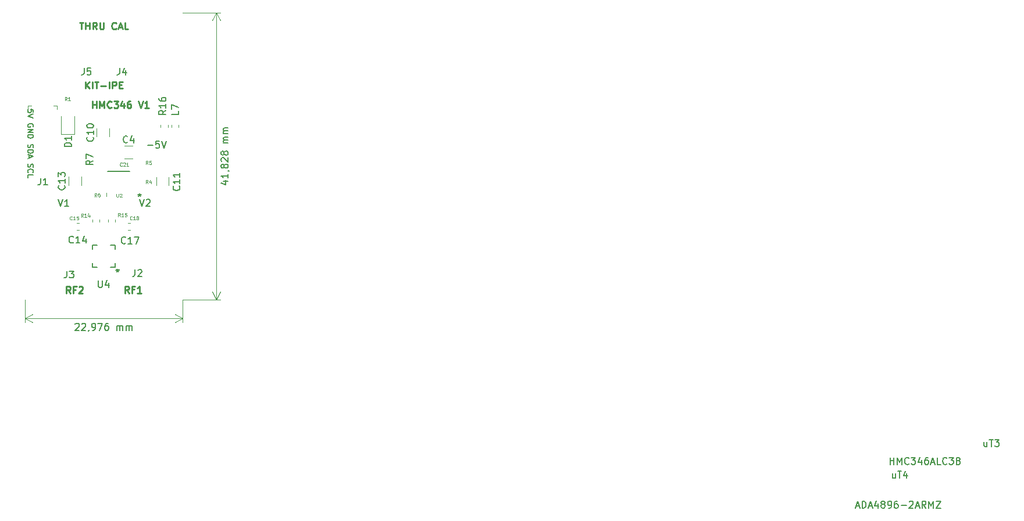
<source format=gbr>
%TF.GenerationSoftware,KiCad,Pcbnew,5.1.5-52549c5~84~ubuntu18.04.1*%
%TF.CreationDate,2020-02-03T06:40:28+01:00*%
%TF.ProjectId,HMC_RF_IPE,484d435f-5246-45f4-9950-452e6b696361,rev?*%
%TF.SameCoordinates,Original*%
%TF.FileFunction,Legend,Top*%
%TF.FilePolarity,Positive*%
%FSLAX46Y46*%
G04 Gerber Fmt 4.6, Leading zero omitted, Abs format (unit mm)*
G04 Created by KiCad (PCBNEW 5.1.5-52549c5~84~ubuntu18.04.1) date 2020-02-03 06:40:28*
%MOMM*%
%LPD*%
G04 APERTURE LIST*
%ADD10C,0.150000*%
%ADD11C,0.120000*%
%ADD12C,0.200000*%
%ADD13C,0.250000*%
%ADD14C,0.152400*%
%ADD15C,0.100000*%
%ADD16C,0.125000*%
G04 APERTURE END LIST*
D10*
X159839124Y-81443866D02*
X160505790Y-81443866D01*
X159458171Y-81681961D02*
X160172457Y-81920057D01*
X160172457Y-81301009D01*
X160505790Y-80396247D02*
X160505790Y-80967676D01*
X160505790Y-80681961D02*
X159505790Y-80681961D01*
X159648648Y-80777200D01*
X159743886Y-80872438D01*
X159791505Y-80967676D01*
X160458171Y-79920057D02*
X160505790Y-79920057D01*
X160601029Y-79967676D01*
X160648648Y-80015295D01*
X159934362Y-79348628D02*
X159886743Y-79443866D01*
X159839124Y-79491485D01*
X159743886Y-79539104D01*
X159696267Y-79539104D01*
X159601029Y-79491485D01*
X159553410Y-79443866D01*
X159505790Y-79348628D01*
X159505790Y-79158152D01*
X159553410Y-79062914D01*
X159601029Y-79015295D01*
X159696267Y-78967676D01*
X159743886Y-78967676D01*
X159839124Y-79015295D01*
X159886743Y-79062914D01*
X159934362Y-79158152D01*
X159934362Y-79348628D01*
X159981981Y-79443866D01*
X160029600Y-79491485D01*
X160124838Y-79539104D01*
X160315314Y-79539104D01*
X160410552Y-79491485D01*
X160458171Y-79443866D01*
X160505790Y-79348628D01*
X160505790Y-79158152D01*
X160458171Y-79062914D01*
X160410552Y-79015295D01*
X160315314Y-78967676D01*
X160124838Y-78967676D01*
X160029600Y-79015295D01*
X159981981Y-79062914D01*
X159934362Y-79158152D01*
X159601029Y-78586723D02*
X159553410Y-78539104D01*
X159505790Y-78443866D01*
X159505790Y-78205771D01*
X159553410Y-78110533D01*
X159601029Y-78062914D01*
X159696267Y-78015295D01*
X159791505Y-78015295D01*
X159934362Y-78062914D01*
X160505790Y-78634342D01*
X160505790Y-78015295D01*
X159934362Y-77443866D02*
X159886743Y-77539104D01*
X159839124Y-77586723D01*
X159743886Y-77634342D01*
X159696267Y-77634342D01*
X159601029Y-77586723D01*
X159553410Y-77539104D01*
X159505790Y-77443866D01*
X159505790Y-77253390D01*
X159553410Y-77158152D01*
X159601029Y-77110533D01*
X159696267Y-77062914D01*
X159743886Y-77062914D01*
X159839124Y-77110533D01*
X159886743Y-77158152D01*
X159934362Y-77253390D01*
X159934362Y-77443866D01*
X159981981Y-77539104D01*
X160029600Y-77586723D01*
X160124838Y-77634342D01*
X160315314Y-77634342D01*
X160410552Y-77586723D01*
X160458171Y-77539104D01*
X160505790Y-77443866D01*
X160505790Y-77253390D01*
X160458171Y-77158152D01*
X160410552Y-77110533D01*
X160315314Y-77062914D01*
X160124838Y-77062914D01*
X160029600Y-77110533D01*
X159981981Y-77158152D01*
X159934362Y-77253390D01*
X160505790Y-75872438D02*
X159839124Y-75872438D01*
X159934362Y-75872438D02*
X159886743Y-75824819D01*
X159839124Y-75729580D01*
X159839124Y-75586723D01*
X159886743Y-75491485D01*
X159981981Y-75443866D01*
X160505790Y-75443866D01*
X159981981Y-75443866D02*
X159886743Y-75396247D01*
X159839124Y-75301009D01*
X159839124Y-75158152D01*
X159886743Y-75062914D01*
X159981981Y-75015295D01*
X160505790Y-75015295D01*
X160505790Y-74539104D02*
X159839124Y-74539104D01*
X159934362Y-74539104D02*
X159886743Y-74491485D01*
X159839124Y-74396247D01*
X159839124Y-74253390D01*
X159886743Y-74158152D01*
X159981981Y-74110533D01*
X160505790Y-74110533D01*
X159981981Y-74110533D02*
X159886743Y-74062914D01*
X159839124Y-73967676D01*
X159839124Y-73824819D01*
X159886743Y-73729580D01*
X159981981Y-73681961D01*
X160505790Y-73681961D01*
D11*
X158783410Y-98691200D02*
X158783410Y-56863200D01*
X153891410Y-98691200D02*
X159369831Y-98691200D01*
X153891410Y-56863200D02*
X159369831Y-56863200D01*
X158783410Y-56863200D02*
X159369831Y-57989704D01*
X158783410Y-56863200D02*
X158196989Y-57989704D01*
X158783410Y-98691200D02*
X159369831Y-97564696D01*
X158783410Y-98691200D02*
X158196989Y-97564696D01*
D10*
X138262262Y-102268384D02*
X138309858Y-102220742D01*
X138405074Y-102173078D01*
X138643169Y-102172964D01*
X138738430Y-102220537D01*
X138786072Y-102268133D01*
X138833736Y-102363349D01*
X138833782Y-102458587D01*
X138786231Y-102601467D01*
X138215076Y-103173169D01*
X138834124Y-103172872D01*
X139214643Y-102267928D02*
X139262239Y-102220286D01*
X139357455Y-102172622D01*
X139595550Y-102172508D01*
X139690811Y-102220081D01*
X139738453Y-102267677D01*
X139786117Y-102362893D01*
X139786163Y-102458131D01*
X139738612Y-102601011D01*
X139167457Y-103172713D01*
X139786505Y-103172416D01*
X140262672Y-103124569D02*
X140262695Y-103172188D01*
X140215122Y-103267449D01*
X140167525Y-103315091D01*
X140738886Y-103171960D02*
X140929362Y-103171869D01*
X141024577Y-103124205D01*
X141072173Y-103076563D01*
X141167343Y-102933660D01*
X141214871Y-102743161D01*
X141214688Y-102362209D01*
X141167024Y-102266993D01*
X141119382Y-102219397D01*
X141024121Y-102171824D01*
X140833645Y-102171915D01*
X140738430Y-102219579D01*
X140690833Y-102267221D01*
X140643260Y-102362482D01*
X140643374Y-102600577D01*
X140691039Y-102695793D01*
X140738680Y-102743389D01*
X140833941Y-102790962D01*
X141024417Y-102790871D01*
X141119633Y-102743207D01*
X141167229Y-102695565D01*
X141214802Y-102600304D01*
X141547931Y-102171573D02*
X142214597Y-102171254D01*
X141786505Y-103171459D01*
X143024121Y-102170866D02*
X142833645Y-102170957D01*
X142738429Y-102218622D01*
X142690833Y-102266264D01*
X142595663Y-102409167D01*
X142548136Y-102599666D01*
X142548318Y-102980618D01*
X142595983Y-103075833D01*
X142643624Y-103123429D01*
X142738885Y-103171003D01*
X142929362Y-103170912D01*
X143024577Y-103123247D01*
X143072173Y-103075605D01*
X143119747Y-102980344D01*
X143119633Y-102742249D01*
X143071968Y-102647034D01*
X143024326Y-102599438D01*
X142929065Y-102551864D01*
X142738589Y-102551955D01*
X142643374Y-102599620D01*
X142595777Y-102647262D01*
X142548204Y-102742523D01*
X144310314Y-103170250D02*
X144309995Y-102503584D01*
X144310040Y-102598822D02*
X144357636Y-102551180D01*
X144452852Y-102503515D01*
X144595709Y-102503447D01*
X144690970Y-102551021D01*
X144738634Y-102646236D01*
X144738885Y-103170045D01*
X144738634Y-102646236D02*
X144786208Y-102550975D01*
X144881423Y-102503310D01*
X145024280Y-102503242D01*
X145119541Y-102550815D01*
X145167206Y-102646031D01*
X145167457Y-103169840D01*
X145643647Y-103169612D02*
X145643328Y-102502946D01*
X145643373Y-102598184D02*
X145690970Y-102550542D01*
X145786185Y-102502877D01*
X145929042Y-102502809D01*
X146024303Y-102550382D01*
X146071968Y-102645597D01*
X146072218Y-103169407D01*
X146071968Y-102645597D02*
X146119541Y-102550337D01*
X146214756Y-102502672D01*
X146357613Y-102502604D01*
X146452874Y-102550177D01*
X146500539Y-102645392D01*
X146500790Y-103169202D01*
D11*
X130916728Y-101454282D02*
X153892728Y-101443282D01*
X130915410Y-98702200D02*
X130917008Y-102040702D01*
X153891410Y-98691200D02*
X153893008Y-102029702D01*
X153892728Y-101443282D02*
X152766505Y-102030242D01*
X153892728Y-101443282D02*
X152765944Y-100857401D01*
X130916728Y-101454282D02*
X132043512Y-102040163D01*
X130916728Y-101454282D02*
X132042951Y-100867322D01*
D12*
X132151505Y-71404152D02*
X132151505Y-71023200D01*
X131770552Y-70985104D01*
X131808648Y-71023200D01*
X131846743Y-71099390D01*
X131846743Y-71289866D01*
X131808648Y-71366057D01*
X131770552Y-71404152D01*
X131694362Y-71442247D01*
X131503886Y-71442247D01*
X131427695Y-71404152D01*
X131389600Y-71366057D01*
X131351505Y-71289866D01*
X131351505Y-71099390D01*
X131389600Y-71023200D01*
X131427695Y-70985104D01*
X132151505Y-71670819D02*
X131351505Y-71937485D01*
X132151505Y-72204152D01*
X132113410Y-73499390D02*
X132151505Y-73423200D01*
X132151505Y-73308914D01*
X132113410Y-73194628D01*
X132037219Y-73118438D01*
X131961029Y-73080342D01*
X131808648Y-73042247D01*
X131694362Y-73042247D01*
X131541981Y-73080342D01*
X131465790Y-73118438D01*
X131389600Y-73194628D01*
X131351505Y-73308914D01*
X131351505Y-73385104D01*
X131389600Y-73499390D01*
X131427695Y-73537485D01*
X131694362Y-73537485D01*
X131694362Y-73385104D01*
X131351505Y-73880342D02*
X132151505Y-73880342D01*
X131351505Y-74337485D01*
X132151505Y-74337485D01*
X131351505Y-74718438D02*
X132151505Y-74718438D01*
X132151505Y-74908914D01*
X132113410Y-75023200D01*
X132037219Y-75099390D01*
X131961029Y-75137485D01*
X131808648Y-75175580D01*
X131694362Y-75175580D01*
X131541981Y-75137485D01*
X131465790Y-75099390D01*
X131389600Y-75023200D01*
X131351505Y-74908914D01*
X131351505Y-74718438D01*
X131389600Y-76089866D02*
X131351505Y-76204152D01*
X131351505Y-76394628D01*
X131389600Y-76470819D01*
X131427695Y-76508914D01*
X131503886Y-76547009D01*
X131580076Y-76547009D01*
X131656267Y-76508914D01*
X131694362Y-76470819D01*
X131732457Y-76394628D01*
X131770552Y-76242247D01*
X131808648Y-76166057D01*
X131846743Y-76127961D01*
X131922933Y-76089866D01*
X131999124Y-76089866D01*
X132075314Y-76127961D01*
X132113410Y-76166057D01*
X132151505Y-76242247D01*
X132151505Y-76432723D01*
X132113410Y-76547009D01*
X131351505Y-76889866D02*
X132151505Y-76889866D01*
X132151505Y-77080342D01*
X132113410Y-77194628D01*
X132037219Y-77270819D01*
X131961029Y-77308914D01*
X131808648Y-77347009D01*
X131694362Y-77347009D01*
X131541981Y-77308914D01*
X131465790Y-77270819D01*
X131389600Y-77194628D01*
X131351505Y-77080342D01*
X131351505Y-76889866D01*
X131580076Y-77651771D02*
X131580076Y-78032723D01*
X131351505Y-77575580D02*
X132151505Y-77842247D01*
X131351505Y-78108914D01*
X131389600Y-78947009D02*
X131351505Y-79061295D01*
X131351505Y-79251771D01*
X131389600Y-79327961D01*
X131427695Y-79366057D01*
X131503886Y-79404152D01*
X131580076Y-79404152D01*
X131656267Y-79366057D01*
X131694362Y-79327961D01*
X131732457Y-79251771D01*
X131770552Y-79099390D01*
X131808648Y-79023200D01*
X131846743Y-78985104D01*
X131922933Y-78947009D01*
X131999124Y-78947009D01*
X132075314Y-78985104D01*
X132113410Y-79023200D01*
X132151505Y-79099390D01*
X132151505Y-79289866D01*
X132113410Y-79404152D01*
X131427695Y-80204152D02*
X131389600Y-80166057D01*
X131351505Y-80051771D01*
X131351505Y-79975580D01*
X131389600Y-79861295D01*
X131465790Y-79785104D01*
X131541981Y-79747009D01*
X131694362Y-79708914D01*
X131808648Y-79708914D01*
X131961029Y-79747009D01*
X132037219Y-79785104D01*
X132113410Y-79861295D01*
X132151505Y-79975580D01*
X132151505Y-80051771D01*
X132113410Y-80166057D01*
X132075314Y-80204152D01*
X131351505Y-80927961D02*
X131351505Y-80547009D01*
X132151505Y-80547009D01*
D13*
X138875790Y-58295580D02*
X139447219Y-58295580D01*
X139161505Y-59295580D02*
X139161505Y-58295580D01*
X139780552Y-59295580D02*
X139780552Y-58295580D01*
X139780552Y-58771771D02*
X140351981Y-58771771D01*
X140351981Y-59295580D02*
X140351981Y-58295580D01*
X141399600Y-59295580D02*
X141066267Y-58819390D01*
X140828171Y-59295580D02*
X140828171Y-58295580D01*
X141209124Y-58295580D01*
X141304362Y-58343200D01*
X141351981Y-58390819D01*
X141399600Y-58486057D01*
X141399600Y-58628914D01*
X141351981Y-58724152D01*
X141304362Y-58771771D01*
X141209124Y-58819390D01*
X140828171Y-58819390D01*
X141828171Y-58295580D02*
X141828171Y-59105104D01*
X141875790Y-59200342D01*
X141923410Y-59247961D01*
X142018648Y-59295580D01*
X142209124Y-59295580D01*
X142304362Y-59247961D01*
X142351981Y-59200342D01*
X142399600Y-59105104D01*
X142399600Y-58295580D01*
X144209124Y-59200342D02*
X144161505Y-59247961D01*
X144018648Y-59295580D01*
X143923410Y-59295580D01*
X143780552Y-59247961D01*
X143685314Y-59152723D01*
X143637695Y-59057485D01*
X143590076Y-58867009D01*
X143590076Y-58724152D01*
X143637695Y-58533676D01*
X143685314Y-58438438D01*
X143780552Y-58343200D01*
X143923410Y-58295580D01*
X144018648Y-58295580D01*
X144161505Y-58343200D01*
X144209124Y-58390819D01*
X144590076Y-59009866D02*
X145066267Y-59009866D01*
X144494838Y-59295580D02*
X144828171Y-58295580D01*
X145161505Y-59295580D01*
X145971029Y-59295580D02*
X145494838Y-59295580D01*
X145494838Y-58295580D01*
X139732933Y-67945580D02*
X139732933Y-66945580D01*
X140304362Y-67945580D02*
X139875790Y-67374152D01*
X140304362Y-66945580D02*
X139732933Y-67517009D01*
X140732933Y-67945580D02*
X140732933Y-66945580D01*
X141066267Y-66945580D02*
X141637695Y-66945580D01*
X141351981Y-67945580D02*
X141351981Y-66945580D01*
X141971029Y-67564628D02*
X142732933Y-67564628D01*
X143209124Y-67945580D02*
X143209124Y-66945580D01*
X143685314Y-67945580D02*
X143685314Y-66945580D01*
X144066267Y-66945580D01*
X144161505Y-66993200D01*
X144209124Y-67040819D01*
X144256743Y-67136057D01*
X144256743Y-67278914D01*
X144209124Y-67374152D01*
X144161505Y-67421771D01*
X144066267Y-67469390D01*
X143685314Y-67469390D01*
X144685314Y-67421771D02*
X145018648Y-67421771D01*
X145161505Y-67945580D02*
X144685314Y-67945580D01*
X144685314Y-66945580D01*
X145161505Y-66945580D01*
X137558171Y-97775580D02*
X137224838Y-97299390D01*
X136986743Y-97775580D02*
X136986743Y-96775580D01*
X137367695Y-96775580D01*
X137462933Y-96823200D01*
X137510552Y-96870819D01*
X137558171Y-96966057D01*
X137558171Y-97108914D01*
X137510552Y-97204152D01*
X137462933Y-97251771D01*
X137367695Y-97299390D01*
X136986743Y-97299390D01*
X138320076Y-97251771D02*
X137986743Y-97251771D01*
X137986743Y-97775580D02*
X137986743Y-96775580D01*
X138462933Y-96775580D01*
X138796267Y-96870819D02*
X138843886Y-96823200D01*
X138939124Y-96775580D01*
X139177219Y-96775580D01*
X139272457Y-96823200D01*
X139320076Y-96870819D01*
X139367695Y-96966057D01*
X139367695Y-97061295D01*
X139320076Y-97204152D01*
X138748648Y-97775580D01*
X139367695Y-97775580D01*
X146068171Y-97755580D02*
X145734838Y-97279390D01*
X145496743Y-97755580D02*
X145496743Y-96755580D01*
X145877695Y-96755580D01*
X145972933Y-96803200D01*
X146020552Y-96850819D01*
X146068171Y-96946057D01*
X146068171Y-97088914D01*
X146020552Y-97184152D01*
X145972933Y-97231771D01*
X145877695Y-97279390D01*
X145496743Y-97279390D01*
X146830076Y-97231771D02*
X146496743Y-97231771D01*
X146496743Y-97755580D02*
X146496743Y-96755580D01*
X146972933Y-96755580D01*
X147877695Y-97755580D02*
X147306267Y-97755580D01*
X147591981Y-97755580D02*
X147591981Y-96755580D01*
X147496743Y-96898438D01*
X147401505Y-96993676D01*
X147306267Y-97041295D01*
X140776981Y-70775580D02*
X140776981Y-69775580D01*
X140776981Y-70251771D02*
X141348410Y-70251771D01*
X141348410Y-70775580D02*
X141348410Y-69775580D01*
X141824600Y-70775580D02*
X141824600Y-69775580D01*
X142157933Y-70489866D01*
X142491267Y-69775580D01*
X142491267Y-70775580D01*
X143538886Y-70680342D02*
X143491267Y-70727961D01*
X143348410Y-70775580D01*
X143253171Y-70775580D01*
X143110314Y-70727961D01*
X143015076Y-70632723D01*
X142967457Y-70537485D01*
X142919838Y-70347009D01*
X142919838Y-70204152D01*
X142967457Y-70013676D01*
X143015076Y-69918438D01*
X143110314Y-69823200D01*
X143253171Y-69775580D01*
X143348410Y-69775580D01*
X143491267Y-69823200D01*
X143538886Y-69870819D01*
X143872219Y-69775580D02*
X144491267Y-69775580D01*
X144157933Y-70156533D01*
X144300790Y-70156533D01*
X144396029Y-70204152D01*
X144443648Y-70251771D01*
X144491267Y-70347009D01*
X144491267Y-70585104D01*
X144443648Y-70680342D01*
X144396029Y-70727961D01*
X144300790Y-70775580D01*
X144015076Y-70775580D01*
X143919838Y-70727961D01*
X143872219Y-70680342D01*
X145348410Y-70108914D02*
X145348410Y-70775580D01*
X145110314Y-69727961D02*
X144872219Y-70442247D01*
X145491267Y-70442247D01*
X146300790Y-69775580D02*
X146110314Y-69775580D01*
X146015076Y-69823200D01*
X145967457Y-69870819D01*
X145872219Y-70013676D01*
X145824600Y-70204152D01*
X145824600Y-70585104D01*
X145872219Y-70680342D01*
X145919838Y-70727961D01*
X146015076Y-70775580D01*
X146205552Y-70775580D01*
X146300790Y-70727961D01*
X146348410Y-70680342D01*
X146396029Y-70585104D01*
X146396029Y-70347009D01*
X146348410Y-70251771D01*
X146300790Y-70204152D01*
X146205552Y-70156533D01*
X146015076Y-70156533D01*
X145919838Y-70204152D01*
X145872219Y-70251771D01*
X145824600Y-70347009D01*
X147443648Y-69775580D02*
X147776981Y-70775580D01*
X148110314Y-69775580D01*
X148967457Y-70775580D02*
X148396029Y-70775580D01*
X148681743Y-70775580D02*
X148681743Y-69775580D01*
X148586505Y-69918438D01*
X148491267Y-70013676D01*
X148396029Y-70061295D01*
D11*
%TO.C,R16*%
X151733410Y-73585979D02*
X151733410Y-73260421D01*
X150713410Y-73585979D02*
X150713410Y-73260421D01*
%TO.C,R15*%
X143013410Y-87080421D02*
X143013410Y-87405979D01*
X144033410Y-87080421D02*
X144033410Y-87405979D01*
%TO.C,R14*%
X140783410Y-87070421D02*
X140783410Y-87395979D01*
X141803410Y-87070421D02*
X141803410Y-87395979D01*
D14*
%TO.C,U2*%
X146193610Y-79993000D02*
X142993210Y-79993000D01*
D11*
%TO.C,C10*%
X143193410Y-74965264D02*
X143193410Y-73761136D01*
X141373410Y-74965264D02*
X141373410Y-73761136D01*
%TO.C,L7*%
X152283410Y-73260421D02*
X152283410Y-73585979D01*
X153303410Y-73260421D02*
X153303410Y-73585979D01*
%TO.C,C18*%
X145940631Y-88553200D02*
X146266189Y-88553200D01*
X145940631Y-87533200D02*
X146266189Y-87533200D01*
%TO.C,C15*%
X138788689Y-87523200D02*
X138463131Y-87523200D01*
X138788689Y-88543200D02*
X138463131Y-88543200D01*
D15*
%TO.C,J1*%
X135623410Y-70423200D02*
X135123410Y-70423200D01*
X135623410Y-70423200D02*
X135623410Y-70923200D01*
X131403410Y-70433200D02*
X131903410Y-70433200D01*
X131403410Y-70433200D02*
X131403410Y-70933200D01*
D14*
%TO.C,U4*%
X140776410Y-93358339D02*
X140776410Y-94000200D01*
X141418271Y-90746200D02*
X140776410Y-90746200D01*
X144030410Y-91388061D02*
X144030410Y-90746200D01*
X143388549Y-94000200D02*
X144030410Y-94000200D01*
X144030410Y-94000200D02*
X144030410Y-93358339D01*
X140776410Y-94000200D02*
X141418271Y-94000200D01*
X140776410Y-90746200D02*
X140776410Y-91388061D01*
X144030410Y-90746200D02*
X143388549Y-90746200D01*
D11*
%TO.C,D1*%
X138143410Y-74618200D02*
X138143410Y-71933200D01*
X136223410Y-74618200D02*
X138143410Y-74618200D01*
X136223410Y-71933200D02*
X136223410Y-74618200D01*
%TO.C,C13*%
X139133410Y-82005264D02*
X139133410Y-80801136D01*
X137313410Y-82005264D02*
X137313410Y-80801136D01*
%TO.C,C11*%
X151893410Y-82085264D02*
X151893410Y-80881136D01*
X150073410Y-82085264D02*
X150073410Y-80881136D01*
%TO.C,C4*%
X146625474Y-76288200D02*
X145421346Y-76288200D01*
X146625474Y-78108200D02*
X145421346Y-78108200D01*
%TO.C,R16*%
D10*
X151450790Y-71141057D02*
X150974600Y-71474390D01*
X151450790Y-71712485D02*
X150450790Y-71712485D01*
X150450790Y-71331533D01*
X150498410Y-71236295D01*
X150546029Y-71188676D01*
X150641267Y-71141057D01*
X150784124Y-71141057D01*
X150879362Y-71188676D01*
X150926981Y-71236295D01*
X150974600Y-71331533D01*
X150974600Y-71712485D01*
X151450790Y-70188676D02*
X151450790Y-70760104D01*
X151450790Y-70474390D02*
X150450790Y-70474390D01*
X150593648Y-70569628D01*
X150688886Y-70664866D01*
X150736505Y-70760104D01*
X150450790Y-69331533D02*
X150450790Y-69522009D01*
X150498410Y-69617247D01*
X150546029Y-69664866D01*
X150688886Y-69760104D01*
X150879362Y-69807723D01*
X151260314Y-69807723D01*
X151355552Y-69760104D01*
X151403171Y-69712485D01*
X151450790Y-69617247D01*
X151450790Y-69426771D01*
X151403171Y-69331533D01*
X151355552Y-69283914D01*
X151260314Y-69236295D01*
X151022219Y-69236295D01*
X150926981Y-69283914D01*
X150879362Y-69331533D01*
X150831743Y-69426771D01*
X150831743Y-69617247D01*
X150879362Y-69712485D01*
X150926981Y-69760104D01*
X151022219Y-69807723D01*
%TO.C,R15*%
D16*
X144801981Y-86619390D02*
X144635314Y-86381295D01*
X144516267Y-86619390D02*
X144516267Y-86119390D01*
X144706743Y-86119390D01*
X144754362Y-86143200D01*
X144778171Y-86167009D01*
X144801981Y-86214628D01*
X144801981Y-86286057D01*
X144778171Y-86333676D01*
X144754362Y-86357485D01*
X144706743Y-86381295D01*
X144516267Y-86381295D01*
X145278171Y-86619390D02*
X144992457Y-86619390D01*
X145135314Y-86619390D02*
X145135314Y-86119390D01*
X145087695Y-86190819D01*
X145040076Y-86238438D01*
X144992457Y-86262247D01*
X145730552Y-86119390D02*
X145492457Y-86119390D01*
X145468648Y-86357485D01*
X145492457Y-86333676D01*
X145540076Y-86309866D01*
X145659124Y-86309866D01*
X145706743Y-86333676D01*
X145730552Y-86357485D01*
X145754362Y-86405104D01*
X145754362Y-86524152D01*
X145730552Y-86571771D01*
X145706743Y-86595580D01*
X145659124Y-86619390D01*
X145540076Y-86619390D01*
X145492457Y-86595580D01*
X145468648Y-86571771D01*
%TO.C,R14*%
X139421981Y-86659390D02*
X139255314Y-86421295D01*
X139136267Y-86659390D02*
X139136267Y-86159390D01*
X139326743Y-86159390D01*
X139374362Y-86183200D01*
X139398171Y-86207009D01*
X139421981Y-86254628D01*
X139421981Y-86326057D01*
X139398171Y-86373676D01*
X139374362Y-86397485D01*
X139326743Y-86421295D01*
X139136267Y-86421295D01*
X139898171Y-86659390D02*
X139612457Y-86659390D01*
X139755314Y-86659390D02*
X139755314Y-86159390D01*
X139707695Y-86230819D01*
X139660076Y-86278438D01*
X139612457Y-86302247D01*
X140326743Y-86326057D02*
X140326743Y-86659390D01*
X140207695Y-86135580D02*
X140088648Y-86492723D01*
X140398171Y-86492723D01*
%TO.C,U2*%
X144267457Y-83274390D02*
X144267457Y-83679152D01*
X144291267Y-83726771D01*
X144315076Y-83750580D01*
X144362695Y-83774390D01*
X144457933Y-83774390D01*
X144505552Y-83750580D01*
X144529362Y-83726771D01*
X144553171Y-83679152D01*
X144553171Y-83274390D01*
X144767457Y-83322009D02*
X144791267Y-83298200D01*
X144838886Y-83274390D01*
X144957933Y-83274390D01*
X145005552Y-83298200D01*
X145029362Y-83322009D01*
X145053171Y-83369628D01*
X145053171Y-83417247D01*
X145029362Y-83488676D01*
X144743648Y-83774390D01*
X145053171Y-83774390D01*
D10*
X251930552Y-128809866D02*
X252406743Y-128809866D01*
X251835314Y-129095580D02*
X252168648Y-128095580D01*
X252501981Y-129095580D01*
X252835314Y-129095580D02*
X252835314Y-128095580D01*
X253073410Y-128095580D01*
X253216267Y-128143200D01*
X253311505Y-128238438D01*
X253359124Y-128333676D01*
X253406743Y-128524152D01*
X253406743Y-128667009D01*
X253359124Y-128857485D01*
X253311505Y-128952723D01*
X253216267Y-129047961D01*
X253073410Y-129095580D01*
X252835314Y-129095580D01*
X253787695Y-128809866D02*
X254263886Y-128809866D01*
X253692457Y-129095580D02*
X254025790Y-128095580D01*
X254359124Y-129095580D01*
X255121029Y-128428914D02*
X255121029Y-129095580D01*
X254882933Y-128047961D02*
X254644838Y-128762247D01*
X255263886Y-128762247D01*
X255787695Y-128524152D02*
X255692457Y-128476533D01*
X255644838Y-128428914D01*
X255597219Y-128333676D01*
X255597219Y-128286057D01*
X255644838Y-128190819D01*
X255692457Y-128143200D01*
X255787695Y-128095580D01*
X255978171Y-128095580D01*
X256073410Y-128143200D01*
X256121029Y-128190819D01*
X256168648Y-128286057D01*
X256168648Y-128333676D01*
X256121029Y-128428914D01*
X256073410Y-128476533D01*
X255978171Y-128524152D01*
X255787695Y-128524152D01*
X255692457Y-128571771D01*
X255644838Y-128619390D01*
X255597219Y-128714628D01*
X255597219Y-128905104D01*
X255644838Y-129000342D01*
X255692457Y-129047961D01*
X255787695Y-129095580D01*
X255978171Y-129095580D01*
X256073410Y-129047961D01*
X256121029Y-129000342D01*
X256168648Y-128905104D01*
X256168648Y-128714628D01*
X256121029Y-128619390D01*
X256073410Y-128571771D01*
X255978171Y-128524152D01*
X256644838Y-129095580D02*
X256835314Y-129095580D01*
X256930552Y-129047961D01*
X256978171Y-129000342D01*
X257073410Y-128857485D01*
X257121029Y-128667009D01*
X257121029Y-128286057D01*
X257073410Y-128190819D01*
X257025790Y-128143200D01*
X256930552Y-128095580D01*
X256740076Y-128095580D01*
X256644838Y-128143200D01*
X256597219Y-128190819D01*
X256549600Y-128286057D01*
X256549600Y-128524152D01*
X256597219Y-128619390D01*
X256644838Y-128667009D01*
X256740076Y-128714628D01*
X256930552Y-128714628D01*
X257025790Y-128667009D01*
X257073410Y-128619390D01*
X257121029Y-128524152D01*
X257978171Y-128095580D02*
X257787695Y-128095580D01*
X257692457Y-128143200D01*
X257644838Y-128190819D01*
X257549600Y-128333676D01*
X257501981Y-128524152D01*
X257501981Y-128905104D01*
X257549600Y-129000342D01*
X257597219Y-129047961D01*
X257692457Y-129095580D01*
X257882933Y-129095580D01*
X257978171Y-129047961D01*
X258025790Y-129000342D01*
X258073410Y-128905104D01*
X258073410Y-128667009D01*
X258025790Y-128571771D01*
X257978171Y-128524152D01*
X257882933Y-128476533D01*
X257692457Y-128476533D01*
X257597219Y-128524152D01*
X257549600Y-128571771D01*
X257501981Y-128667009D01*
X258501981Y-128714628D02*
X259263886Y-128714628D01*
X259692457Y-128190819D02*
X259740076Y-128143200D01*
X259835314Y-128095580D01*
X260073410Y-128095580D01*
X260168648Y-128143200D01*
X260216267Y-128190819D01*
X260263886Y-128286057D01*
X260263886Y-128381295D01*
X260216267Y-128524152D01*
X259644838Y-129095580D01*
X260263886Y-129095580D01*
X260644838Y-128809866D02*
X261121029Y-128809866D01*
X260549600Y-129095580D02*
X260882933Y-128095580D01*
X261216267Y-129095580D01*
X262121029Y-129095580D02*
X261787695Y-128619390D01*
X261549600Y-129095580D02*
X261549600Y-128095580D01*
X261930552Y-128095580D01*
X262025790Y-128143200D01*
X262073410Y-128190819D01*
X262121029Y-128286057D01*
X262121029Y-128428914D01*
X262073410Y-128524152D01*
X262025790Y-128571771D01*
X261930552Y-128619390D01*
X261549600Y-128619390D01*
X262549600Y-129095580D02*
X262549600Y-128095580D01*
X262882933Y-128809866D01*
X263216267Y-128095580D01*
X263216267Y-129095580D01*
X263597219Y-128095580D02*
X264263886Y-128095580D01*
X263597219Y-129095580D01*
X264263886Y-129095580D01*
X147613410Y-83245580D02*
X147613410Y-83483676D01*
X147375314Y-83388438D02*
X147613410Y-83483676D01*
X147851505Y-83388438D01*
X147470552Y-83674152D02*
X147613410Y-83483676D01*
X147756267Y-83674152D01*
X147623410Y-83245580D02*
X147623410Y-83483676D01*
X147385314Y-83388438D02*
X147623410Y-83483676D01*
X147861505Y-83388438D01*
X147480552Y-83674152D02*
X147623410Y-83483676D01*
X147766267Y-83674152D01*
%TO.C,uT4*%
X257675552Y-124068914D02*
X257675552Y-124735580D01*
X257246981Y-124068914D02*
X257246981Y-124592723D01*
X257294600Y-124687961D01*
X257389838Y-124735580D01*
X257532695Y-124735580D01*
X257627933Y-124687961D01*
X257675552Y-124640342D01*
X258008886Y-123735580D02*
X258580314Y-123735580D01*
X258294600Y-124735580D02*
X258294600Y-123735580D01*
X259342219Y-124068914D02*
X259342219Y-124735580D01*
X259104124Y-123687961D02*
X258866029Y-124402247D01*
X259485076Y-124402247D01*
%TO.C,uT3*%
X271020552Y-119438914D02*
X271020552Y-120105580D01*
X270591981Y-119438914D02*
X270591981Y-119962723D01*
X270639600Y-120057961D01*
X270734838Y-120105580D01*
X270877695Y-120105580D01*
X270972933Y-120057961D01*
X271020552Y-120010342D01*
X271353886Y-119105580D02*
X271925314Y-119105580D01*
X271639600Y-120105580D02*
X271639600Y-119105580D01*
X272163410Y-119105580D02*
X272782457Y-119105580D01*
X272449124Y-119486533D01*
X272591981Y-119486533D01*
X272687219Y-119534152D01*
X272734838Y-119581771D01*
X272782457Y-119677009D01*
X272782457Y-119915104D01*
X272734838Y-120010342D01*
X272687219Y-120057961D01*
X272591981Y-120105580D01*
X272306267Y-120105580D01*
X272211029Y-120057961D01*
X272163410Y-120010342D01*
%TO.C,C10*%
X140820552Y-75006057D02*
X140868171Y-75053676D01*
X140915790Y-75196533D01*
X140915790Y-75291771D01*
X140868171Y-75434628D01*
X140772933Y-75529866D01*
X140677695Y-75577485D01*
X140487219Y-75625104D01*
X140344362Y-75625104D01*
X140153886Y-75577485D01*
X140058648Y-75529866D01*
X139963410Y-75434628D01*
X139915790Y-75291771D01*
X139915790Y-75196533D01*
X139963410Y-75053676D01*
X140011029Y-75006057D01*
X140915790Y-74053676D02*
X140915790Y-74625104D01*
X140915790Y-74339390D02*
X139915790Y-74339390D01*
X140058648Y-74434628D01*
X140153886Y-74529866D01*
X140201505Y-74625104D01*
X139915790Y-73434628D02*
X139915790Y-73339390D01*
X139963410Y-73244152D01*
X140011029Y-73196533D01*
X140106267Y-73148914D01*
X140296743Y-73101295D01*
X140534838Y-73101295D01*
X140725314Y-73148914D01*
X140820552Y-73196533D01*
X140868171Y-73244152D01*
X140915790Y-73339390D01*
X140915790Y-73434628D01*
X140868171Y-73529866D01*
X140820552Y-73577485D01*
X140725314Y-73625104D01*
X140534838Y-73672723D01*
X140296743Y-73672723D01*
X140106267Y-73625104D01*
X140011029Y-73577485D01*
X139963410Y-73529866D01*
X139915790Y-73434628D01*
%TO.C,L7*%
X153300790Y-71214866D02*
X153300790Y-71691057D01*
X152300790Y-71691057D01*
X152300790Y-70976771D02*
X152300790Y-70310104D01*
X153300790Y-70738676D01*
%TO.C,C21*%
D16*
X145076981Y-79201771D02*
X145053171Y-79225580D01*
X144981743Y-79249390D01*
X144934124Y-79249390D01*
X144862695Y-79225580D01*
X144815076Y-79177961D01*
X144791267Y-79130342D01*
X144767457Y-79035104D01*
X144767457Y-78963676D01*
X144791267Y-78868438D01*
X144815076Y-78820819D01*
X144862695Y-78773200D01*
X144934124Y-78749390D01*
X144981743Y-78749390D01*
X145053171Y-78773200D01*
X145076981Y-78797009D01*
X145267457Y-78797009D02*
X145291267Y-78773200D01*
X145338886Y-78749390D01*
X145457933Y-78749390D01*
X145505552Y-78773200D01*
X145529362Y-78797009D01*
X145553171Y-78844628D01*
X145553171Y-78892247D01*
X145529362Y-78963676D01*
X145243648Y-79249390D01*
X145553171Y-79249390D01*
X146029362Y-79249390D02*
X145743648Y-79249390D01*
X145886505Y-79249390D02*
X145886505Y-78749390D01*
X145838886Y-78820819D01*
X145791267Y-78868438D01*
X145743648Y-78892247D01*
%TO.C,C18*%
X146541981Y-87021771D02*
X146518171Y-87045580D01*
X146446743Y-87069390D01*
X146399124Y-87069390D01*
X146327695Y-87045580D01*
X146280076Y-86997961D01*
X146256267Y-86950342D01*
X146232457Y-86855104D01*
X146232457Y-86783676D01*
X146256267Y-86688438D01*
X146280076Y-86640819D01*
X146327695Y-86593200D01*
X146399124Y-86569390D01*
X146446743Y-86569390D01*
X146518171Y-86593200D01*
X146541981Y-86617009D01*
X147018171Y-87069390D02*
X146732457Y-87069390D01*
X146875314Y-87069390D02*
X146875314Y-86569390D01*
X146827695Y-86640819D01*
X146780076Y-86688438D01*
X146732457Y-86712247D01*
X147303886Y-86783676D02*
X147256267Y-86759866D01*
X147232457Y-86736057D01*
X147208648Y-86688438D01*
X147208648Y-86664628D01*
X147232457Y-86617009D01*
X147256267Y-86593200D01*
X147303886Y-86569390D01*
X147399124Y-86569390D01*
X147446743Y-86593200D01*
X147470552Y-86617009D01*
X147494362Y-86664628D01*
X147494362Y-86688438D01*
X147470552Y-86736057D01*
X147446743Y-86759866D01*
X147399124Y-86783676D01*
X147303886Y-86783676D01*
X147256267Y-86807485D01*
X147232457Y-86831295D01*
X147208648Y-86878914D01*
X147208648Y-86974152D01*
X147232457Y-87021771D01*
X147256267Y-87045580D01*
X147303886Y-87069390D01*
X147399124Y-87069390D01*
X147446743Y-87045580D01*
X147470552Y-87021771D01*
X147494362Y-86974152D01*
X147494362Y-86878914D01*
X147470552Y-86831295D01*
X147446743Y-86807485D01*
X147399124Y-86783676D01*
%TO.C,C15*%
X137771981Y-87031771D02*
X137748171Y-87055580D01*
X137676743Y-87079390D01*
X137629124Y-87079390D01*
X137557695Y-87055580D01*
X137510076Y-87007961D01*
X137486267Y-86960342D01*
X137462457Y-86865104D01*
X137462457Y-86793676D01*
X137486267Y-86698438D01*
X137510076Y-86650819D01*
X137557695Y-86603200D01*
X137629124Y-86579390D01*
X137676743Y-86579390D01*
X137748171Y-86603200D01*
X137771981Y-86627009D01*
X138248171Y-87079390D02*
X137962457Y-87079390D01*
X138105314Y-87079390D02*
X138105314Y-86579390D01*
X138057695Y-86650819D01*
X138010076Y-86698438D01*
X137962457Y-86722247D01*
X138700552Y-86579390D02*
X138462457Y-86579390D01*
X138438648Y-86817485D01*
X138462457Y-86793676D01*
X138510076Y-86769866D01*
X138629124Y-86769866D01*
X138676743Y-86793676D01*
X138700552Y-86817485D01*
X138724362Y-86865104D01*
X138724362Y-86984152D01*
X138700552Y-87031771D01*
X138676743Y-87055580D01*
X138629124Y-87079390D01*
X138510076Y-87079390D01*
X138462457Y-87055580D01*
X138438648Y-87031771D01*
%TO.C,R7*%
D10*
X140825790Y-78449866D02*
X140349600Y-78783200D01*
X140825790Y-79021295D02*
X139825790Y-79021295D01*
X139825790Y-78640342D01*
X139873410Y-78545104D01*
X139921029Y-78497485D01*
X140016267Y-78449866D01*
X140159124Y-78449866D01*
X140254362Y-78497485D01*
X140301981Y-78545104D01*
X140349600Y-78640342D01*
X140349600Y-79021295D01*
X139825790Y-78116533D02*
X139825790Y-77449866D01*
X140825790Y-77878438D01*
%TO.C,R5*%
D16*
X148850076Y-78989390D02*
X148683410Y-78751295D01*
X148564362Y-78989390D02*
X148564362Y-78489390D01*
X148754838Y-78489390D01*
X148802457Y-78513200D01*
X148826267Y-78537009D01*
X148850076Y-78584628D01*
X148850076Y-78656057D01*
X148826267Y-78703676D01*
X148802457Y-78727485D01*
X148754838Y-78751295D01*
X148564362Y-78751295D01*
X149302457Y-78489390D02*
X149064362Y-78489390D01*
X149040552Y-78727485D01*
X149064362Y-78703676D01*
X149111981Y-78679866D01*
X149231029Y-78679866D01*
X149278648Y-78703676D01*
X149302457Y-78727485D01*
X149326267Y-78775104D01*
X149326267Y-78894152D01*
X149302457Y-78941771D01*
X149278648Y-78965580D01*
X149231029Y-78989390D01*
X149111981Y-78989390D01*
X149064362Y-78965580D01*
X149040552Y-78941771D01*
%TO.C,J1*%
D10*
X133220076Y-80985580D02*
X133220076Y-81699866D01*
X133172457Y-81842723D01*
X133077219Y-81937961D01*
X132934362Y-81985580D01*
X132839124Y-81985580D01*
X134220076Y-81985580D02*
X133648648Y-81985580D01*
X133934362Y-81985580D02*
X133934362Y-80985580D01*
X133839124Y-81128438D01*
X133743886Y-81223676D01*
X133648648Y-81271295D01*
%TO.C,J4*%
X144723486Y-64955780D02*
X144723486Y-65670066D01*
X144675867Y-65812923D01*
X144580629Y-65908161D01*
X144437772Y-65955780D01*
X144342534Y-65955780D01*
X145628248Y-65289114D02*
X145628248Y-65955780D01*
X145390153Y-64908161D02*
X145152058Y-65622447D01*
X145771105Y-65622447D01*
%TO.C,J5*%
X139553486Y-64955780D02*
X139553486Y-65670066D01*
X139505867Y-65812923D01*
X139410629Y-65908161D01*
X139267772Y-65955780D01*
X139172534Y-65955780D01*
X140505867Y-64955780D02*
X140029677Y-64955780D01*
X139982058Y-65431971D01*
X140029677Y-65384352D01*
X140124915Y-65336733D01*
X140363010Y-65336733D01*
X140458248Y-65384352D01*
X140505867Y-65431971D01*
X140553486Y-65527209D01*
X140553486Y-65765304D01*
X140505867Y-65860542D01*
X140458248Y-65908161D01*
X140363010Y-65955780D01*
X140124915Y-65955780D01*
X140029677Y-65908161D01*
X139982058Y-65860542D01*
%TO.C,J2*%
X146950076Y-94345580D02*
X146950076Y-95059866D01*
X146902457Y-95202723D01*
X146807219Y-95297961D01*
X146664362Y-95345580D01*
X146569124Y-95345580D01*
X147378648Y-94440819D02*
X147426267Y-94393200D01*
X147521505Y-94345580D01*
X147759600Y-94345580D01*
X147854838Y-94393200D01*
X147902457Y-94440819D01*
X147950076Y-94536057D01*
X147950076Y-94631295D01*
X147902457Y-94774152D01*
X147331029Y-95345580D01*
X147950076Y-95345580D01*
%TO.C,J3*%
X137030076Y-94535580D02*
X137030076Y-95249866D01*
X136982457Y-95392723D01*
X136887219Y-95487961D01*
X136744362Y-95535580D01*
X136649124Y-95535580D01*
X137411029Y-94535580D02*
X138030076Y-94535580D01*
X137696743Y-94916533D01*
X137839600Y-94916533D01*
X137934838Y-94964152D01*
X137982457Y-95011771D01*
X138030076Y-95107009D01*
X138030076Y-95345104D01*
X137982457Y-95440342D01*
X137934838Y-95487961D01*
X137839600Y-95535580D01*
X137553886Y-95535580D01*
X137458648Y-95487961D01*
X137411029Y-95440342D01*
%TO.C,U4*%
X141621505Y-95925580D02*
X141621505Y-96735104D01*
X141669124Y-96830342D01*
X141716743Y-96877961D01*
X141811981Y-96925580D01*
X142002457Y-96925580D01*
X142097695Y-96877961D01*
X142145314Y-96830342D01*
X142192933Y-96735104D01*
X142192933Y-95925580D01*
X143097695Y-96258914D02*
X143097695Y-96925580D01*
X142859600Y-95877961D02*
X142621505Y-96592247D01*
X143240552Y-96592247D01*
X256888171Y-122725580D02*
X256888171Y-121725580D01*
X256888171Y-122201771D02*
X257459600Y-122201771D01*
X257459600Y-122725580D02*
X257459600Y-121725580D01*
X257935790Y-122725580D02*
X257935790Y-121725580D01*
X258269124Y-122439866D01*
X258602457Y-121725580D01*
X258602457Y-122725580D01*
X259650076Y-122630342D02*
X259602457Y-122677961D01*
X259459600Y-122725580D01*
X259364362Y-122725580D01*
X259221505Y-122677961D01*
X259126267Y-122582723D01*
X259078648Y-122487485D01*
X259031029Y-122297009D01*
X259031029Y-122154152D01*
X259078648Y-121963676D01*
X259126267Y-121868438D01*
X259221505Y-121773200D01*
X259364362Y-121725580D01*
X259459600Y-121725580D01*
X259602457Y-121773200D01*
X259650076Y-121820819D01*
X259983410Y-121725580D02*
X260602457Y-121725580D01*
X260269124Y-122106533D01*
X260411981Y-122106533D01*
X260507219Y-122154152D01*
X260554838Y-122201771D01*
X260602457Y-122297009D01*
X260602457Y-122535104D01*
X260554838Y-122630342D01*
X260507219Y-122677961D01*
X260411981Y-122725580D01*
X260126267Y-122725580D01*
X260031029Y-122677961D01*
X259983410Y-122630342D01*
X261459600Y-122058914D02*
X261459600Y-122725580D01*
X261221505Y-121677961D02*
X260983410Y-122392247D01*
X261602457Y-122392247D01*
X262411981Y-121725580D02*
X262221505Y-121725580D01*
X262126267Y-121773200D01*
X262078648Y-121820819D01*
X261983410Y-121963676D01*
X261935790Y-122154152D01*
X261935790Y-122535104D01*
X261983410Y-122630342D01*
X262031029Y-122677961D01*
X262126267Y-122725580D01*
X262316743Y-122725580D01*
X262411981Y-122677961D01*
X262459600Y-122630342D01*
X262507219Y-122535104D01*
X262507219Y-122297009D01*
X262459600Y-122201771D01*
X262411981Y-122154152D01*
X262316743Y-122106533D01*
X262126267Y-122106533D01*
X262031029Y-122154152D01*
X261983410Y-122201771D01*
X261935790Y-122297009D01*
X262888171Y-122439866D02*
X263364362Y-122439866D01*
X262792933Y-122725580D02*
X263126267Y-121725580D01*
X263459600Y-122725580D01*
X264269124Y-122725580D02*
X263792933Y-122725580D01*
X263792933Y-121725580D01*
X265173886Y-122630342D02*
X265126267Y-122677961D01*
X264983410Y-122725580D01*
X264888171Y-122725580D01*
X264745314Y-122677961D01*
X264650076Y-122582723D01*
X264602457Y-122487485D01*
X264554838Y-122297009D01*
X264554838Y-122154152D01*
X264602457Y-121963676D01*
X264650076Y-121868438D01*
X264745314Y-121773200D01*
X264888171Y-121725580D01*
X264983410Y-121725580D01*
X265126267Y-121773200D01*
X265173886Y-121820819D01*
X265507219Y-121725580D02*
X266126267Y-121725580D01*
X265792933Y-122106533D01*
X265935790Y-122106533D01*
X266031029Y-122154152D01*
X266078648Y-122201771D01*
X266126267Y-122297009D01*
X266126267Y-122535104D01*
X266078648Y-122630342D01*
X266031029Y-122677961D01*
X265935790Y-122725580D01*
X265650076Y-122725580D01*
X265554838Y-122677961D01*
X265507219Y-122630342D01*
X266888171Y-122201771D02*
X267031029Y-122249390D01*
X267078648Y-122297009D01*
X267126267Y-122392247D01*
X267126267Y-122535104D01*
X267078648Y-122630342D01*
X267031029Y-122677961D01*
X266935790Y-122725580D01*
X266554838Y-122725580D01*
X266554838Y-121725580D01*
X266888171Y-121725580D01*
X266983410Y-121773200D01*
X267031029Y-121820819D01*
X267078648Y-121916057D01*
X267078648Y-122011295D01*
X267031029Y-122106533D01*
X266983410Y-122154152D01*
X266888171Y-122201771D01*
X266554838Y-122201771D01*
X144433410Y-94235580D02*
X144433410Y-94473676D01*
X144195314Y-94378438D02*
X144433410Y-94473676D01*
X144671505Y-94378438D01*
X144290552Y-94664152D02*
X144433410Y-94473676D01*
X144576267Y-94664152D01*
X144443410Y-94225580D02*
X144443410Y-94463676D01*
X144205314Y-94368438D02*
X144443410Y-94463676D01*
X144681505Y-94368438D01*
X144300552Y-94654152D02*
X144443410Y-94463676D01*
X144586267Y-94654152D01*
X144443410Y-94215580D02*
X144443410Y-94453676D01*
X144205314Y-94358438D02*
X144443410Y-94453676D01*
X144681505Y-94358438D01*
X144300552Y-94644152D02*
X144443410Y-94453676D01*
X144586267Y-94644152D01*
%TO.C,D1*%
X137679790Y-76393295D02*
X136679790Y-76393295D01*
X136679790Y-76155200D01*
X136727410Y-76012342D01*
X136822648Y-75917104D01*
X136917886Y-75869485D01*
X137108362Y-75821866D01*
X137251219Y-75821866D01*
X137441695Y-75869485D01*
X137536933Y-75917104D01*
X137632171Y-76012342D01*
X137679790Y-76155200D01*
X137679790Y-76393295D01*
X137679790Y-74869485D02*
X137679790Y-75440914D01*
X137679790Y-75155200D02*
X136679790Y-75155200D01*
X136822648Y-75250438D01*
X136917886Y-75345676D01*
X136965505Y-75440914D01*
%TO.C,C13*%
X136680552Y-82066057D02*
X136728171Y-82113676D01*
X136775790Y-82256533D01*
X136775790Y-82351771D01*
X136728171Y-82494628D01*
X136632933Y-82589866D01*
X136537695Y-82637485D01*
X136347219Y-82685104D01*
X136204362Y-82685104D01*
X136013886Y-82637485D01*
X135918648Y-82589866D01*
X135823410Y-82494628D01*
X135775790Y-82351771D01*
X135775790Y-82256533D01*
X135823410Y-82113676D01*
X135871029Y-82066057D01*
X136775790Y-81113676D02*
X136775790Y-81685104D01*
X136775790Y-81399390D02*
X135775790Y-81399390D01*
X135918648Y-81494628D01*
X136013886Y-81589866D01*
X136061505Y-81685104D01*
X135775790Y-80780342D02*
X135775790Y-80161295D01*
X136156743Y-80494628D01*
X136156743Y-80351771D01*
X136204362Y-80256533D01*
X136251981Y-80208914D01*
X136347219Y-80161295D01*
X136585314Y-80161295D01*
X136680552Y-80208914D01*
X136728171Y-80256533D01*
X136775790Y-80351771D01*
X136775790Y-80637485D01*
X136728171Y-80732723D01*
X136680552Y-80780342D01*
%TO.C,C11*%
X153412552Y-82170057D02*
X153460171Y-82217676D01*
X153507790Y-82360533D01*
X153507790Y-82455771D01*
X153460171Y-82598628D01*
X153364933Y-82693866D01*
X153269695Y-82741485D01*
X153079219Y-82789104D01*
X152936362Y-82789104D01*
X152745886Y-82741485D01*
X152650648Y-82693866D01*
X152555410Y-82598628D01*
X152507790Y-82455771D01*
X152507790Y-82360533D01*
X152555410Y-82217676D01*
X152603029Y-82170057D01*
X153507790Y-81217676D02*
X153507790Y-81789104D01*
X153507790Y-81503390D02*
X152507790Y-81503390D01*
X152650648Y-81598628D01*
X152745886Y-81693866D01*
X152793505Y-81789104D01*
X153507790Y-80265295D02*
X153507790Y-80836723D01*
X153507790Y-80551009D02*
X152507790Y-80551009D01*
X152650648Y-80646247D01*
X152745886Y-80741485D01*
X152793505Y-80836723D01*
%TO.C,C4*%
X145886743Y-75755342D02*
X145839124Y-75802961D01*
X145696267Y-75850580D01*
X145601029Y-75850580D01*
X145458171Y-75802961D01*
X145362933Y-75707723D01*
X145315314Y-75612485D01*
X145267695Y-75422009D01*
X145267695Y-75279152D01*
X145315314Y-75088676D01*
X145362933Y-74993438D01*
X145458171Y-74898200D01*
X145601029Y-74850580D01*
X145696267Y-74850580D01*
X145839124Y-74898200D01*
X145886743Y-74945819D01*
X146743886Y-75183914D02*
X146743886Y-75850580D01*
X146505790Y-74802961D02*
X146267695Y-75517247D01*
X146886743Y-75517247D01*
%TO.C,I*%
D16*
X142823410Y-83674390D02*
X142823410Y-83174390D01*
%TO.C,-5V*%
D10*
X148772695Y-76219628D02*
X149534600Y-76219628D01*
X150486981Y-75600580D02*
X150010790Y-75600580D01*
X149963171Y-76076771D01*
X150010790Y-76029152D01*
X150106029Y-75981533D01*
X150344124Y-75981533D01*
X150439362Y-76029152D01*
X150486981Y-76076771D01*
X150534600Y-76172009D01*
X150534600Y-76410104D01*
X150486981Y-76505342D01*
X150439362Y-76552961D01*
X150344124Y-76600580D01*
X150106029Y-76600580D01*
X150010790Y-76552961D01*
X149963171Y-76505342D01*
X150820314Y-75600580D02*
X151153648Y-76600580D01*
X151486981Y-75600580D01*
%TO.C,V1*%
X135783886Y-84105580D02*
X136117219Y-85105580D01*
X136450552Y-84105580D01*
X137307695Y-85105580D02*
X136736267Y-85105580D01*
X137021981Y-85105580D02*
X137021981Y-84105580D01*
X136926743Y-84248438D01*
X136831505Y-84343676D01*
X136736267Y-84391295D01*
%TO.C,V2*%
X147653886Y-84105580D02*
X147987219Y-85105580D01*
X148320552Y-84105580D01*
X148606267Y-84200819D02*
X148653886Y-84153200D01*
X148749124Y-84105580D01*
X148987219Y-84105580D01*
X149082457Y-84153200D01*
X149130076Y-84200819D01*
X149177695Y-84296057D01*
X149177695Y-84391295D01*
X149130076Y-84534152D01*
X148558648Y-85105580D01*
X149177695Y-85105580D01*
%TO.C,R1*%
D16*
X137040076Y-69709390D02*
X136873410Y-69471295D01*
X136754362Y-69709390D02*
X136754362Y-69209390D01*
X136944838Y-69209390D01*
X136992457Y-69233200D01*
X137016267Y-69257009D01*
X137040076Y-69304628D01*
X137040076Y-69376057D01*
X137016267Y-69423676D01*
X136992457Y-69447485D01*
X136944838Y-69471295D01*
X136754362Y-69471295D01*
X137516267Y-69709390D02*
X137230552Y-69709390D01*
X137373410Y-69709390D02*
X137373410Y-69209390D01*
X137325790Y-69280819D01*
X137278171Y-69328438D01*
X137230552Y-69352247D01*
%TO.C,R4*%
X148850076Y-81769390D02*
X148683410Y-81531295D01*
X148564362Y-81769390D02*
X148564362Y-81269390D01*
X148754838Y-81269390D01*
X148802457Y-81293200D01*
X148826267Y-81317009D01*
X148850076Y-81364628D01*
X148850076Y-81436057D01*
X148826267Y-81483676D01*
X148802457Y-81507485D01*
X148754838Y-81531295D01*
X148564362Y-81531295D01*
X149278648Y-81436057D02*
X149278648Y-81769390D01*
X149159600Y-81245580D02*
X149040552Y-81602723D01*
X149350076Y-81602723D01*
%TO.C,R6*%
X141380076Y-83699390D02*
X141213410Y-83461295D01*
X141094362Y-83699390D02*
X141094362Y-83199390D01*
X141284838Y-83199390D01*
X141332457Y-83223200D01*
X141356267Y-83247009D01*
X141380076Y-83294628D01*
X141380076Y-83366057D01*
X141356267Y-83413676D01*
X141332457Y-83437485D01*
X141284838Y-83461295D01*
X141094362Y-83461295D01*
X141808648Y-83199390D02*
X141713410Y-83199390D01*
X141665790Y-83223200D01*
X141641981Y-83247009D01*
X141594362Y-83318438D01*
X141570552Y-83413676D01*
X141570552Y-83604152D01*
X141594362Y-83651771D01*
X141618171Y-83675580D01*
X141665790Y-83699390D01*
X141761029Y-83699390D01*
X141808648Y-83675580D01*
X141832457Y-83651771D01*
X141856267Y-83604152D01*
X141856267Y-83485104D01*
X141832457Y-83437485D01*
X141808648Y-83413676D01*
X141761029Y-83389866D01*
X141665790Y-83389866D01*
X141618171Y-83413676D01*
X141594362Y-83437485D01*
X141570552Y-83485104D01*
%TO.C,C14*%
D10*
X137990552Y-90370342D02*
X137942933Y-90417961D01*
X137800076Y-90465580D01*
X137704838Y-90465580D01*
X137561981Y-90417961D01*
X137466743Y-90322723D01*
X137419124Y-90227485D01*
X137371505Y-90037009D01*
X137371505Y-89894152D01*
X137419124Y-89703676D01*
X137466743Y-89608438D01*
X137561981Y-89513200D01*
X137704838Y-89465580D01*
X137800076Y-89465580D01*
X137942933Y-89513200D01*
X137990552Y-89560819D01*
X138942933Y-90465580D02*
X138371505Y-90465580D01*
X138657219Y-90465580D02*
X138657219Y-89465580D01*
X138561981Y-89608438D01*
X138466743Y-89703676D01*
X138371505Y-89751295D01*
X139800076Y-89798914D02*
X139800076Y-90465580D01*
X139561981Y-89417961D02*
X139323886Y-90132247D01*
X139942933Y-90132247D01*
%TO.C,C17*%
X145590552Y-90460342D02*
X145542933Y-90507961D01*
X145400076Y-90555580D01*
X145304838Y-90555580D01*
X145161981Y-90507961D01*
X145066743Y-90412723D01*
X145019124Y-90317485D01*
X144971505Y-90127009D01*
X144971505Y-89984152D01*
X145019124Y-89793676D01*
X145066743Y-89698438D01*
X145161981Y-89603200D01*
X145304838Y-89555580D01*
X145400076Y-89555580D01*
X145542933Y-89603200D01*
X145590552Y-89650819D01*
X146542933Y-90555580D02*
X145971505Y-90555580D01*
X146257219Y-90555580D02*
X146257219Y-89555580D01*
X146161981Y-89698438D01*
X146066743Y-89793676D01*
X145971505Y-89841295D01*
X146876267Y-89555580D02*
X147542933Y-89555580D01*
X147114362Y-90555580D01*
%TD*%
M02*

</source>
